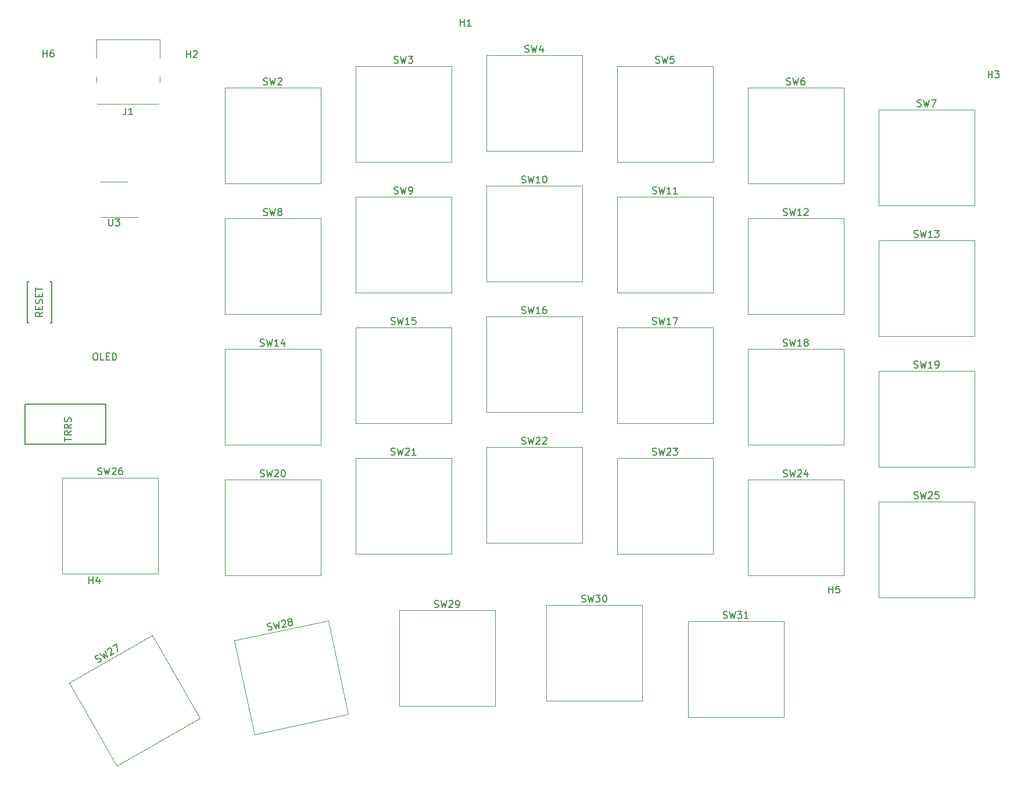
<source format=gbr>
G04 #@! TF.GenerationSoftware,KiCad,Pcbnew,5.1.5+dfsg1-2build2*
G04 #@! TF.CreationDate,2021-01-09T21:52:19+00:00*
G04 #@! TF.ProjectId,cynaroides,63796e61-726f-4696-9465-732e6b696361,rev?*
G04 #@! TF.SameCoordinates,Original*
G04 #@! TF.FileFunction,Legend,Top*
G04 #@! TF.FilePolarity,Positive*
%FSLAX46Y46*%
G04 Gerber Fmt 4.6, Leading zero omitted, Abs format (unit mm)*
G04 Created by KiCad (PCBNEW 5.1.5+dfsg1-2build2) date 2021-01-09 21:52:19*
%MOMM*%
%LPD*%
G04 APERTURE LIST*
%ADD10C,0.120000*%
%ADD11C,0.150000*%
G04 APERTURE END LIST*
D10*
X93662500Y-59690000D02*
X93662500Y-45720000D01*
X107632500Y-59690000D02*
X93662500Y-59690000D01*
X107632500Y-45720000D02*
X107632500Y-59690000D01*
X93662500Y-45720000D02*
X107632500Y-45720000D01*
X112712500Y-58102500D02*
X112712500Y-44132500D01*
X126682500Y-58102500D02*
X112712500Y-58102500D01*
X126682500Y-44132500D02*
X126682500Y-58102500D01*
X112712500Y-44132500D02*
X126682500Y-44132500D01*
X131762500Y-59690000D02*
X131762500Y-45720000D01*
X145732500Y-59690000D02*
X131762500Y-59690000D01*
X145732500Y-45720000D02*
X145732500Y-59690000D01*
X131762500Y-45720000D02*
X145732500Y-45720000D01*
X150812500Y-62865000D02*
X150812500Y-48895000D01*
X164782500Y-62865000D02*
X150812500Y-62865000D01*
X164782500Y-48895000D02*
X164782500Y-62865000D01*
X150812500Y-48895000D02*
X164782500Y-48895000D01*
X74612500Y-81915000D02*
X74612500Y-67945000D01*
X88582500Y-81915000D02*
X74612500Y-81915000D01*
X88582500Y-67945000D02*
X88582500Y-81915000D01*
X74612500Y-67945000D02*
X88582500Y-67945000D01*
X93662500Y-78740000D02*
X93662500Y-64770000D01*
X107632500Y-78740000D02*
X93662500Y-78740000D01*
X107632500Y-64770000D02*
X107632500Y-78740000D01*
X93662500Y-64770000D02*
X107632500Y-64770000D01*
X112712500Y-77152500D02*
X112712500Y-63182500D01*
X126682500Y-77152500D02*
X112712500Y-77152500D01*
X126682500Y-63182500D02*
X126682500Y-77152500D01*
X112712500Y-63182500D02*
X126682500Y-63182500D01*
X131762500Y-78740000D02*
X131762500Y-64770000D01*
X145732500Y-78740000D02*
X131762500Y-78740000D01*
X145732500Y-64770000D02*
X145732500Y-78740000D01*
X131762500Y-64770000D02*
X145732500Y-64770000D01*
X150812500Y-81915000D02*
X150812500Y-67945000D01*
X164782500Y-81915000D02*
X150812500Y-81915000D01*
X164782500Y-67945000D02*
X164782500Y-81915000D01*
X150812500Y-67945000D02*
X164782500Y-67945000D01*
X131762500Y-97790000D02*
X131762500Y-83820000D01*
X145732500Y-97790000D02*
X131762500Y-97790000D01*
X145732500Y-83820000D02*
X145732500Y-97790000D01*
X131762500Y-83820000D02*
X145732500Y-83820000D01*
X150812500Y-100965000D02*
X150812500Y-86995000D01*
X164782500Y-100965000D02*
X150812500Y-100965000D01*
X164782500Y-86995000D02*
X164782500Y-100965000D01*
X150812500Y-86995000D02*
X164782500Y-86995000D01*
X78916599Y-124112960D02*
X76012072Y-110448238D01*
X92581321Y-121208433D02*
X78916599Y-124112960D01*
X89676794Y-107543711D02*
X92581321Y-121208433D01*
X76012072Y-110448238D02*
X89676794Y-107543711D01*
X100012500Y-120015000D02*
X100012500Y-106045000D01*
X113982500Y-120015000D02*
X100012500Y-120015000D01*
X113982500Y-106045000D02*
X113982500Y-120015000D01*
X100012500Y-106045000D02*
X113982500Y-106045000D01*
X121443750Y-119221250D02*
X121443750Y-105251250D01*
X135413750Y-119221250D02*
X121443750Y-119221250D01*
X135413750Y-105251250D02*
X135413750Y-119221250D01*
X121443750Y-105251250D02*
X135413750Y-105251250D01*
X142081250Y-121602500D02*
X142081250Y-107632500D01*
X156051250Y-121602500D02*
X142081250Y-121602500D01*
X156051250Y-107632500D02*
X156051250Y-121602500D01*
X142081250Y-107632500D02*
X156051250Y-107632500D01*
X112712500Y-96202500D02*
X112712500Y-82232500D01*
X126682500Y-96202500D02*
X112712500Y-96202500D01*
X126682500Y-82232500D02*
X126682500Y-96202500D01*
X112712500Y-82232500D02*
X126682500Y-82232500D01*
X74612500Y-43815000D02*
X74612500Y-29845000D01*
X88582500Y-43815000D02*
X74612500Y-43815000D01*
X88582500Y-29845000D02*
X88582500Y-43815000D01*
X74612500Y-29845000D02*
X88582500Y-29845000D01*
X150812500Y-43815000D02*
X150812500Y-29845000D01*
X164782500Y-43815000D02*
X150812500Y-43815000D01*
X164782500Y-29845000D02*
X164782500Y-43815000D01*
X150812500Y-29845000D02*
X164782500Y-29845000D01*
X74612500Y-62865000D02*
X74612500Y-48895000D01*
X88582500Y-62865000D02*
X74612500Y-62865000D01*
X88582500Y-48895000D02*
X88582500Y-62865000D01*
X74612500Y-48895000D02*
X88582500Y-48895000D01*
X93662500Y-97790000D02*
X93662500Y-83820000D01*
X107632500Y-97790000D02*
X93662500Y-97790000D01*
X107632500Y-83820000D02*
X107632500Y-97790000D01*
X93662500Y-83820000D02*
X107632500Y-83820000D01*
X74612500Y-100965000D02*
X74612500Y-86995000D01*
X88582500Y-100965000D02*
X74612500Y-100965000D01*
X88582500Y-86995000D02*
X88582500Y-100965000D01*
X74612500Y-86995000D02*
X88582500Y-86995000D01*
X65120000Y-29096000D02*
X65120000Y-28196000D01*
X55930000Y-29096000D02*
X55930000Y-28196000D01*
X65120000Y-25496000D02*
X65120000Y-22766000D01*
X55930000Y-25496000D02*
X55930000Y-22766000D01*
X65000000Y-32176000D02*
X56050000Y-32176000D01*
X65120000Y-22766000D02*
X55930000Y-22766000D01*
D11*
X57250000Y-81762500D02*
X45500000Y-81762500D01*
X57250000Y-75962500D02*
X57250000Y-81762500D01*
X45500000Y-75962500D02*
X57250000Y-75962500D01*
X45500000Y-81762500D02*
X45500000Y-75962500D01*
X45875000Y-58118750D02*
X46125000Y-58118750D01*
X45875000Y-64118750D02*
X45875000Y-58118750D01*
X45875000Y-64118750D02*
X46125000Y-64118750D01*
X49375000Y-64118750D02*
X49125000Y-64118750D01*
X49375000Y-58118750D02*
X49125000Y-58118750D01*
X49375000Y-64118750D02*
X49375000Y-58118750D01*
D10*
X58485000Y-48661000D02*
X61935000Y-48661000D01*
X58485000Y-48661000D02*
X56535000Y-48661000D01*
X58485000Y-43541000D02*
X60435000Y-43541000D01*
X58485000Y-43541000D02*
X56535000Y-43541000D01*
X58902358Y-128717346D02*
X51917358Y-116618972D01*
X71000733Y-121732346D02*
X58902358Y-128717346D01*
X64015733Y-109633972D02*
X71000733Y-121732346D01*
X51917358Y-116618972D02*
X64015733Y-109633972D01*
X50958750Y-100647500D02*
X50958750Y-86677500D01*
X64928750Y-100647500D02*
X50958750Y-100647500D01*
X64928750Y-86677500D02*
X64928750Y-100647500D01*
X50958750Y-86677500D02*
X64928750Y-86677500D01*
X169862500Y-104140000D02*
X169862500Y-90170000D01*
X183832500Y-104140000D02*
X169862500Y-104140000D01*
X183832500Y-90170000D02*
X183832500Y-104140000D01*
X169862500Y-90170000D02*
X183832500Y-90170000D01*
X169862500Y-85090000D02*
X169862500Y-71120000D01*
X183832500Y-85090000D02*
X169862500Y-85090000D01*
X183832500Y-71120000D02*
X183832500Y-85090000D01*
X169862500Y-71120000D02*
X183832500Y-71120000D01*
X169862500Y-66040000D02*
X169862500Y-52070000D01*
X183832500Y-66040000D02*
X169862500Y-66040000D01*
X183832500Y-52070000D02*
X183832500Y-66040000D01*
X169862500Y-52070000D02*
X183832500Y-52070000D01*
X169862500Y-46990000D02*
X169862500Y-33020000D01*
X183832500Y-46990000D02*
X169862500Y-46990000D01*
X183832500Y-33020000D02*
X183832500Y-46990000D01*
X169862500Y-33020000D02*
X183832500Y-33020000D01*
X131762500Y-40640000D02*
X131762500Y-26670000D01*
X145732500Y-40640000D02*
X131762500Y-40640000D01*
X145732500Y-26670000D02*
X145732500Y-40640000D01*
X131762500Y-26670000D02*
X145732500Y-26670000D01*
X112712500Y-39052500D02*
X112712500Y-25082500D01*
X126682500Y-39052500D02*
X112712500Y-39052500D01*
X126682500Y-25082500D02*
X126682500Y-39052500D01*
X112712500Y-25082500D02*
X126682500Y-25082500D01*
X93662500Y-40640000D02*
X93662500Y-26670000D01*
X107632500Y-40640000D02*
X93662500Y-40640000D01*
X107632500Y-26670000D02*
X107632500Y-40640000D01*
X93662500Y-26670000D02*
X107632500Y-26670000D01*
D11*
X48158495Y-25335380D02*
X48158495Y-24335380D01*
X48158495Y-24811571D02*
X48729923Y-24811571D01*
X48729923Y-25335380D02*
X48729923Y-24335380D01*
X49634685Y-24335380D02*
X49444209Y-24335380D01*
X49348971Y-24383000D01*
X49301352Y-24430619D01*
X49206114Y-24573476D01*
X49158495Y-24763952D01*
X49158495Y-25144904D01*
X49206114Y-25240142D01*
X49253733Y-25287761D01*
X49348971Y-25335380D01*
X49539447Y-25335380D01*
X49634685Y-25287761D01*
X49682304Y-25240142D01*
X49729923Y-25144904D01*
X49729923Y-24906809D01*
X49682304Y-24811571D01*
X49634685Y-24763952D01*
X49539447Y-24716333D01*
X49348971Y-24716333D01*
X49253733Y-24763952D01*
X49206114Y-24811571D01*
X49158495Y-24906809D01*
X69037295Y-25436980D02*
X69037295Y-24436980D01*
X69037295Y-24913171D02*
X69608723Y-24913171D01*
X69608723Y-25436980D02*
X69608723Y-24436980D01*
X70037295Y-24532219D02*
X70084914Y-24484600D01*
X70180152Y-24436980D01*
X70418247Y-24436980D01*
X70513485Y-24484600D01*
X70561104Y-24532219D01*
X70608723Y-24627457D01*
X70608723Y-24722695D01*
X70561104Y-24865552D01*
X69989676Y-25436980D01*
X70608723Y-25436980D01*
X162636295Y-103516580D02*
X162636295Y-102516580D01*
X162636295Y-102992771D02*
X163207723Y-102992771D01*
X163207723Y-103516580D02*
X163207723Y-102516580D01*
X164160104Y-102516580D02*
X163683914Y-102516580D01*
X163636295Y-102992771D01*
X163683914Y-102945152D01*
X163779152Y-102897533D01*
X164017247Y-102897533D01*
X164112485Y-102945152D01*
X164160104Y-102992771D01*
X164207723Y-103088009D01*
X164207723Y-103326104D01*
X164160104Y-103421342D01*
X164112485Y-103468961D01*
X164017247Y-103516580D01*
X163779152Y-103516580D01*
X163683914Y-103468961D01*
X163636295Y-103421342D01*
X54864095Y-102144980D02*
X54864095Y-101144980D01*
X54864095Y-101621171D02*
X55435523Y-101621171D01*
X55435523Y-102144980D02*
X55435523Y-101144980D01*
X56340285Y-101478314D02*
X56340285Y-102144980D01*
X56102190Y-101097361D02*
X55864095Y-101811647D01*
X56483142Y-101811647D01*
X185851895Y-28383380D02*
X185851895Y-27383380D01*
X185851895Y-27859571D02*
X186423323Y-27859571D01*
X186423323Y-28383380D02*
X186423323Y-27383380D01*
X186804276Y-27383380D02*
X187423323Y-27383380D01*
X187089990Y-27764333D01*
X187232847Y-27764333D01*
X187328085Y-27811952D01*
X187375704Y-27859571D01*
X187423323Y-27954809D01*
X187423323Y-28192904D01*
X187375704Y-28288142D01*
X187328085Y-28335761D01*
X187232847Y-28383380D01*
X186947133Y-28383380D01*
X186851895Y-28335761D01*
X186804276Y-28288142D01*
X108940695Y-20814180D02*
X108940695Y-19814180D01*
X108940695Y-20290371D02*
X109512123Y-20290371D01*
X109512123Y-20814180D02*
X109512123Y-19814180D01*
X110512123Y-20814180D02*
X109940695Y-20814180D01*
X110226409Y-20814180D02*
X110226409Y-19814180D01*
X110131171Y-19957038D01*
X110035933Y-20052276D01*
X109940695Y-20099895D01*
X99314166Y-45235761D02*
X99457023Y-45283380D01*
X99695119Y-45283380D01*
X99790357Y-45235761D01*
X99837976Y-45188142D01*
X99885595Y-45092904D01*
X99885595Y-44997666D01*
X99837976Y-44902428D01*
X99790357Y-44854809D01*
X99695119Y-44807190D01*
X99504642Y-44759571D01*
X99409404Y-44711952D01*
X99361785Y-44664333D01*
X99314166Y-44569095D01*
X99314166Y-44473857D01*
X99361785Y-44378619D01*
X99409404Y-44331000D01*
X99504642Y-44283380D01*
X99742738Y-44283380D01*
X99885595Y-44331000D01*
X100218928Y-44283380D02*
X100457023Y-45283380D01*
X100647500Y-44569095D01*
X100837976Y-45283380D01*
X101076071Y-44283380D01*
X101504642Y-45283380D02*
X101695119Y-45283380D01*
X101790357Y-45235761D01*
X101837976Y-45188142D01*
X101933214Y-45045285D01*
X101980833Y-44854809D01*
X101980833Y-44473857D01*
X101933214Y-44378619D01*
X101885595Y-44331000D01*
X101790357Y-44283380D01*
X101599880Y-44283380D01*
X101504642Y-44331000D01*
X101457023Y-44378619D01*
X101409404Y-44473857D01*
X101409404Y-44711952D01*
X101457023Y-44807190D01*
X101504642Y-44854809D01*
X101599880Y-44902428D01*
X101790357Y-44902428D01*
X101885595Y-44854809D01*
X101933214Y-44807190D01*
X101980833Y-44711952D01*
X117887976Y-43648261D02*
X118030833Y-43695880D01*
X118268928Y-43695880D01*
X118364166Y-43648261D01*
X118411785Y-43600642D01*
X118459404Y-43505404D01*
X118459404Y-43410166D01*
X118411785Y-43314928D01*
X118364166Y-43267309D01*
X118268928Y-43219690D01*
X118078452Y-43172071D01*
X117983214Y-43124452D01*
X117935595Y-43076833D01*
X117887976Y-42981595D01*
X117887976Y-42886357D01*
X117935595Y-42791119D01*
X117983214Y-42743500D01*
X118078452Y-42695880D01*
X118316547Y-42695880D01*
X118459404Y-42743500D01*
X118792738Y-42695880D02*
X119030833Y-43695880D01*
X119221309Y-42981595D01*
X119411785Y-43695880D01*
X119649880Y-42695880D01*
X120554642Y-43695880D02*
X119983214Y-43695880D01*
X120268928Y-43695880D02*
X120268928Y-42695880D01*
X120173690Y-42838738D01*
X120078452Y-42933976D01*
X119983214Y-42981595D01*
X121173690Y-42695880D02*
X121268928Y-42695880D01*
X121364166Y-42743500D01*
X121411785Y-42791119D01*
X121459404Y-42886357D01*
X121507023Y-43076833D01*
X121507023Y-43314928D01*
X121459404Y-43505404D01*
X121411785Y-43600642D01*
X121364166Y-43648261D01*
X121268928Y-43695880D01*
X121173690Y-43695880D01*
X121078452Y-43648261D01*
X121030833Y-43600642D01*
X120983214Y-43505404D01*
X120935595Y-43314928D01*
X120935595Y-43076833D01*
X120983214Y-42886357D01*
X121030833Y-42791119D01*
X121078452Y-42743500D01*
X121173690Y-42695880D01*
X136937976Y-45235761D02*
X137080833Y-45283380D01*
X137318928Y-45283380D01*
X137414166Y-45235761D01*
X137461785Y-45188142D01*
X137509404Y-45092904D01*
X137509404Y-44997666D01*
X137461785Y-44902428D01*
X137414166Y-44854809D01*
X137318928Y-44807190D01*
X137128452Y-44759571D01*
X137033214Y-44711952D01*
X136985595Y-44664333D01*
X136937976Y-44569095D01*
X136937976Y-44473857D01*
X136985595Y-44378619D01*
X137033214Y-44331000D01*
X137128452Y-44283380D01*
X137366547Y-44283380D01*
X137509404Y-44331000D01*
X137842738Y-44283380D02*
X138080833Y-45283380D01*
X138271309Y-44569095D01*
X138461785Y-45283380D01*
X138699880Y-44283380D01*
X139604642Y-45283380D02*
X139033214Y-45283380D01*
X139318928Y-45283380D02*
X139318928Y-44283380D01*
X139223690Y-44426238D01*
X139128452Y-44521476D01*
X139033214Y-44569095D01*
X140557023Y-45283380D02*
X139985595Y-45283380D01*
X140271309Y-45283380D02*
X140271309Y-44283380D01*
X140176071Y-44426238D01*
X140080833Y-44521476D01*
X139985595Y-44569095D01*
X155987976Y-48410761D02*
X156130833Y-48458380D01*
X156368928Y-48458380D01*
X156464166Y-48410761D01*
X156511785Y-48363142D01*
X156559404Y-48267904D01*
X156559404Y-48172666D01*
X156511785Y-48077428D01*
X156464166Y-48029809D01*
X156368928Y-47982190D01*
X156178452Y-47934571D01*
X156083214Y-47886952D01*
X156035595Y-47839333D01*
X155987976Y-47744095D01*
X155987976Y-47648857D01*
X156035595Y-47553619D01*
X156083214Y-47506000D01*
X156178452Y-47458380D01*
X156416547Y-47458380D01*
X156559404Y-47506000D01*
X156892738Y-47458380D02*
X157130833Y-48458380D01*
X157321309Y-47744095D01*
X157511785Y-48458380D01*
X157749880Y-47458380D01*
X158654642Y-48458380D02*
X158083214Y-48458380D01*
X158368928Y-48458380D02*
X158368928Y-47458380D01*
X158273690Y-47601238D01*
X158178452Y-47696476D01*
X158083214Y-47744095D01*
X159035595Y-47553619D02*
X159083214Y-47506000D01*
X159178452Y-47458380D01*
X159416547Y-47458380D01*
X159511785Y-47506000D01*
X159559404Y-47553619D01*
X159607023Y-47648857D01*
X159607023Y-47744095D01*
X159559404Y-47886952D01*
X158987976Y-48458380D01*
X159607023Y-48458380D01*
X79787976Y-67460761D02*
X79930833Y-67508380D01*
X80168928Y-67508380D01*
X80264166Y-67460761D01*
X80311785Y-67413142D01*
X80359404Y-67317904D01*
X80359404Y-67222666D01*
X80311785Y-67127428D01*
X80264166Y-67079809D01*
X80168928Y-67032190D01*
X79978452Y-66984571D01*
X79883214Y-66936952D01*
X79835595Y-66889333D01*
X79787976Y-66794095D01*
X79787976Y-66698857D01*
X79835595Y-66603619D01*
X79883214Y-66556000D01*
X79978452Y-66508380D01*
X80216547Y-66508380D01*
X80359404Y-66556000D01*
X80692738Y-66508380D02*
X80930833Y-67508380D01*
X81121309Y-66794095D01*
X81311785Y-67508380D01*
X81549880Y-66508380D01*
X82454642Y-67508380D02*
X81883214Y-67508380D01*
X82168928Y-67508380D02*
X82168928Y-66508380D01*
X82073690Y-66651238D01*
X81978452Y-66746476D01*
X81883214Y-66794095D01*
X83311785Y-66841714D02*
X83311785Y-67508380D01*
X83073690Y-66460761D02*
X82835595Y-67175047D01*
X83454642Y-67175047D01*
X98837976Y-64285761D02*
X98980833Y-64333380D01*
X99218928Y-64333380D01*
X99314166Y-64285761D01*
X99361785Y-64238142D01*
X99409404Y-64142904D01*
X99409404Y-64047666D01*
X99361785Y-63952428D01*
X99314166Y-63904809D01*
X99218928Y-63857190D01*
X99028452Y-63809571D01*
X98933214Y-63761952D01*
X98885595Y-63714333D01*
X98837976Y-63619095D01*
X98837976Y-63523857D01*
X98885595Y-63428619D01*
X98933214Y-63381000D01*
X99028452Y-63333380D01*
X99266547Y-63333380D01*
X99409404Y-63381000D01*
X99742738Y-63333380D02*
X99980833Y-64333380D01*
X100171309Y-63619095D01*
X100361785Y-64333380D01*
X100599880Y-63333380D01*
X101504642Y-64333380D02*
X100933214Y-64333380D01*
X101218928Y-64333380D02*
X101218928Y-63333380D01*
X101123690Y-63476238D01*
X101028452Y-63571476D01*
X100933214Y-63619095D01*
X102409404Y-63333380D02*
X101933214Y-63333380D01*
X101885595Y-63809571D01*
X101933214Y-63761952D01*
X102028452Y-63714333D01*
X102266547Y-63714333D01*
X102361785Y-63761952D01*
X102409404Y-63809571D01*
X102457023Y-63904809D01*
X102457023Y-64142904D01*
X102409404Y-64238142D01*
X102361785Y-64285761D01*
X102266547Y-64333380D01*
X102028452Y-64333380D01*
X101933214Y-64285761D01*
X101885595Y-64238142D01*
X117887976Y-62698261D02*
X118030833Y-62745880D01*
X118268928Y-62745880D01*
X118364166Y-62698261D01*
X118411785Y-62650642D01*
X118459404Y-62555404D01*
X118459404Y-62460166D01*
X118411785Y-62364928D01*
X118364166Y-62317309D01*
X118268928Y-62269690D01*
X118078452Y-62222071D01*
X117983214Y-62174452D01*
X117935595Y-62126833D01*
X117887976Y-62031595D01*
X117887976Y-61936357D01*
X117935595Y-61841119D01*
X117983214Y-61793500D01*
X118078452Y-61745880D01*
X118316547Y-61745880D01*
X118459404Y-61793500D01*
X118792738Y-61745880D02*
X119030833Y-62745880D01*
X119221309Y-62031595D01*
X119411785Y-62745880D01*
X119649880Y-61745880D01*
X120554642Y-62745880D02*
X119983214Y-62745880D01*
X120268928Y-62745880D02*
X120268928Y-61745880D01*
X120173690Y-61888738D01*
X120078452Y-61983976D01*
X119983214Y-62031595D01*
X121411785Y-61745880D02*
X121221309Y-61745880D01*
X121126071Y-61793500D01*
X121078452Y-61841119D01*
X120983214Y-61983976D01*
X120935595Y-62174452D01*
X120935595Y-62555404D01*
X120983214Y-62650642D01*
X121030833Y-62698261D01*
X121126071Y-62745880D01*
X121316547Y-62745880D01*
X121411785Y-62698261D01*
X121459404Y-62650642D01*
X121507023Y-62555404D01*
X121507023Y-62317309D01*
X121459404Y-62222071D01*
X121411785Y-62174452D01*
X121316547Y-62126833D01*
X121126071Y-62126833D01*
X121030833Y-62174452D01*
X120983214Y-62222071D01*
X120935595Y-62317309D01*
X136937976Y-64285761D02*
X137080833Y-64333380D01*
X137318928Y-64333380D01*
X137414166Y-64285761D01*
X137461785Y-64238142D01*
X137509404Y-64142904D01*
X137509404Y-64047666D01*
X137461785Y-63952428D01*
X137414166Y-63904809D01*
X137318928Y-63857190D01*
X137128452Y-63809571D01*
X137033214Y-63761952D01*
X136985595Y-63714333D01*
X136937976Y-63619095D01*
X136937976Y-63523857D01*
X136985595Y-63428619D01*
X137033214Y-63381000D01*
X137128452Y-63333380D01*
X137366547Y-63333380D01*
X137509404Y-63381000D01*
X137842738Y-63333380D02*
X138080833Y-64333380D01*
X138271309Y-63619095D01*
X138461785Y-64333380D01*
X138699880Y-63333380D01*
X139604642Y-64333380D02*
X139033214Y-64333380D01*
X139318928Y-64333380D02*
X139318928Y-63333380D01*
X139223690Y-63476238D01*
X139128452Y-63571476D01*
X139033214Y-63619095D01*
X139937976Y-63333380D02*
X140604642Y-63333380D01*
X140176071Y-64333380D01*
X155987976Y-67460761D02*
X156130833Y-67508380D01*
X156368928Y-67508380D01*
X156464166Y-67460761D01*
X156511785Y-67413142D01*
X156559404Y-67317904D01*
X156559404Y-67222666D01*
X156511785Y-67127428D01*
X156464166Y-67079809D01*
X156368928Y-67032190D01*
X156178452Y-66984571D01*
X156083214Y-66936952D01*
X156035595Y-66889333D01*
X155987976Y-66794095D01*
X155987976Y-66698857D01*
X156035595Y-66603619D01*
X156083214Y-66556000D01*
X156178452Y-66508380D01*
X156416547Y-66508380D01*
X156559404Y-66556000D01*
X156892738Y-66508380D02*
X157130833Y-67508380D01*
X157321309Y-66794095D01*
X157511785Y-67508380D01*
X157749880Y-66508380D01*
X158654642Y-67508380D02*
X158083214Y-67508380D01*
X158368928Y-67508380D02*
X158368928Y-66508380D01*
X158273690Y-66651238D01*
X158178452Y-66746476D01*
X158083214Y-66794095D01*
X159226071Y-66936952D02*
X159130833Y-66889333D01*
X159083214Y-66841714D01*
X159035595Y-66746476D01*
X159035595Y-66698857D01*
X159083214Y-66603619D01*
X159130833Y-66556000D01*
X159226071Y-66508380D01*
X159416547Y-66508380D01*
X159511785Y-66556000D01*
X159559404Y-66603619D01*
X159607023Y-66698857D01*
X159607023Y-66746476D01*
X159559404Y-66841714D01*
X159511785Y-66889333D01*
X159416547Y-66936952D01*
X159226071Y-66936952D01*
X159130833Y-66984571D01*
X159083214Y-67032190D01*
X159035595Y-67127428D01*
X159035595Y-67317904D01*
X159083214Y-67413142D01*
X159130833Y-67460761D01*
X159226071Y-67508380D01*
X159416547Y-67508380D01*
X159511785Y-67460761D01*
X159559404Y-67413142D01*
X159607023Y-67317904D01*
X159607023Y-67127428D01*
X159559404Y-67032190D01*
X159511785Y-66984571D01*
X159416547Y-66936952D01*
X136937976Y-83335761D02*
X137080833Y-83383380D01*
X137318928Y-83383380D01*
X137414166Y-83335761D01*
X137461785Y-83288142D01*
X137509404Y-83192904D01*
X137509404Y-83097666D01*
X137461785Y-83002428D01*
X137414166Y-82954809D01*
X137318928Y-82907190D01*
X137128452Y-82859571D01*
X137033214Y-82811952D01*
X136985595Y-82764333D01*
X136937976Y-82669095D01*
X136937976Y-82573857D01*
X136985595Y-82478619D01*
X137033214Y-82431000D01*
X137128452Y-82383380D01*
X137366547Y-82383380D01*
X137509404Y-82431000D01*
X137842738Y-82383380D02*
X138080833Y-83383380D01*
X138271309Y-82669095D01*
X138461785Y-83383380D01*
X138699880Y-82383380D01*
X139033214Y-82478619D02*
X139080833Y-82431000D01*
X139176071Y-82383380D01*
X139414166Y-82383380D01*
X139509404Y-82431000D01*
X139557023Y-82478619D01*
X139604642Y-82573857D01*
X139604642Y-82669095D01*
X139557023Y-82811952D01*
X138985595Y-83383380D01*
X139604642Y-83383380D01*
X139937976Y-82383380D02*
X140557023Y-82383380D01*
X140223690Y-82764333D01*
X140366547Y-82764333D01*
X140461785Y-82811952D01*
X140509404Y-82859571D01*
X140557023Y-82954809D01*
X140557023Y-83192904D01*
X140509404Y-83288142D01*
X140461785Y-83335761D01*
X140366547Y-83383380D01*
X140080833Y-83383380D01*
X139985595Y-83335761D01*
X139937976Y-83288142D01*
X155987976Y-86510761D02*
X156130833Y-86558380D01*
X156368928Y-86558380D01*
X156464166Y-86510761D01*
X156511785Y-86463142D01*
X156559404Y-86367904D01*
X156559404Y-86272666D01*
X156511785Y-86177428D01*
X156464166Y-86129809D01*
X156368928Y-86082190D01*
X156178452Y-86034571D01*
X156083214Y-85986952D01*
X156035595Y-85939333D01*
X155987976Y-85844095D01*
X155987976Y-85748857D01*
X156035595Y-85653619D01*
X156083214Y-85606000D01*
X156178452Y-85558380D01*
X156416547Y-85558380D01*
X156559404Y-85606000D01*
X156892738Y-85558380D02*
X157130833Y-86558380D01*
X157321309Y-85844095D01*
X157511785Y-86558380D01*
X157749880Y-85558380D01*
X158083214Y-85653619D02*
X158130833Y-85606000D01*
X158226071Y-85558380D01*
X158464166Y-85558380D01*
X158559404Y-85606000D01*
X158607023Y-85653619D01*
X158654642Y-85748857D01*
X158654642Y-85844095D01*
X158607023Y-85986952D01*
X158035595Y-86558380D01*
X158654642Y-86558380D01*
X159511785Y-85891714D02*
X159511785Y-86558380D01*
X159273690Y-85510761D02*
X159035595Y-86225047D01*
X159654642Y-86225047D01*
X80973773Y-108898539D02*
X81123409Y-108915415D01*
X81356301Y-108865913D01*
X81439557Y-108799533D01*
X81476235Y-108743054D01*
X81503013Y-108639996D01*
X81483212Y-108546840D01*
X81416832Y-108463583D01*
X81360353Y-108426905D01*
X81257296Y-108400128D01*
X81061081Y-108393152D01*
X80958024Y-108366374D01*
X80901545Y-108329696D01*
X80835165Y-108246440D01*
X80815364Y-108153283D01*
X80842141Y-108050226D01*
X80878819Y-107993747D01*
X80962076Y-107927367D01*
X81194968Y-107877864D01*
X81344604Y-107894741D01*
X81660752Y-107778859D02*
X82101556Y-108707504D01*
X82139362Y-107969225D01*
X82474184Y-108628299D01*
X82499165Y-107600649D01*
X82845015Y-107624502D02*
X82881693Y-107568023D01*
X82964949Y-107501643D01*
X83197841Y-107452140D01*
X83300899Y-107478918D01*
X83357378Y-107515596D01*
X83423758Y-107598852D01*
X83443559Y-107692009D01*
X83426682Y-107841645D01*
X82986547Y-108519393D01*
X83592067Y-108390686D01*
X84032202Y-107712938D02*
X83929144Y-107686160D01*
X83872665Y-107649482D01*
X83806286Y-107566226D01*
X83796385Y-107519648D01*
X83823163Y-107416590D01*
X83859840Y-107360111D01*
X83943097Y-107293732D01*
X84129411Y-107254129D01*
X84232468Y-107280907D01*
X84288947Y-107317585D01*
X84355327Y-107400841D01*
X84365227Y-107447419D01*
X84338450Y-107550477D01*
X84301772Y-107606956D01*
X84218516Y-107673335D01*
X84032202Y-107712938D01*
X83948945Y-107779317D01*
X83912268Y-107835796D01*
X83885490Y-107938854D01*
X83925092Y-108125168D01*
X83991472Y-108208424D01*
X84047951Y-108245102D01*
X84151009Y-108271879D01*
X84337322Y-108232277D01*
X84420579Y-108165897D01*
X84457257Y-108109418D01*
X84484034Y-108006361D01*
X84444432Y-107820047D01*
X84378052Y-107736791D01*
X84321573Y-107700113D01*
X84218516Y-107673335D01*
X105187976Y-105560761D02*
X105330833Y-105608380D01*
X105568928Y-105608380D01*
X105664166Y-105560761D01*
X105711785Y-105513142D01*
X105759404Y-105417904D01*
X105759404Y-105322666D01*
X105711785Y-105227428D01*
X105664166Y-105179809D01*
X105568928Y-105132190D01*
X105378452Y-105084571D01*
X105283214Y-105036952D01*
X105235595Y-104989333D01*
X105187976Y-104894095D01*
X105187976Y-104798857D01*
X105235595Y-104703619D01*
X105283214Y-104656000D01*
X105378452Y-104608380D01*
X105616547Y-104608380D01*
X105759404Y-104656000D01*
X106092738Y-104608380D02*
X106330833Y-105608380D01*
X106521309Y-104894095D01*
X106711785Y-105608380D01*
X106949880Y-104608380D01*
X107283214Y-104703619D02*
X107330833Y-104656000D01*
X107426071Y-104608380D01*
X107664166Y-104608380D01*
X107759404Y-104656000D01*
X107807023Y-104703619D01*
X107854642Y-104798857D01*
X107854642Y-104894095D01*
X107807023Y-105036952D01*
X107235595Y-105608380D01*
X107854642Y-105608380D01*
X108330833Y-105608380D02*
X108521309Y-105608380D01*
X108616547Y-105560761D01*
X108664166Y-105513142D01*
X108759404Y-105370285D01*
X108807023Y-105179809D01*
X108807023Y-104798857D01*
X108759404Y-104703619D01*
X108711785Y-104656000D01*
X108616547Y-104608380D01*
X108426071Y-104608380D01*
X108330833Y-104656000D01*
X108283214Y-104703619D01*
X108235595Y-104798857D01*
X108235595Y-105036952D01*
X108283214Y-105132190D01*
X108330833Y-105179809D01*
X108426071Y-105227428D01*
X108616547Y-105227428D01*
X108711785Y-105179809D01*
X108759404Y-105132190D01*
X108807023Y-105036952D01*
X126619226Y-104767011D02*
X126762083Y-104814630D01*
X127000178Y-104814630D01*
X127095416Y-104767011D01*
X127143035Y-104719392D01*
X127190654Y-104624154D01*
X127190654Y-104528916D01*
X127143035Y-104433678D01*
X127095416Y-104386059D01*
X127000178Y-104338440D01*
X126809702Y-104290821D01*
X126714464Y-104243202D01*
X126666845Y-104195583D01*
X126619226Y-104100345D01*
X126619226Y-104005107D01*
X126666845Y-103909869D01*
X126714464Y-103862250D01*
X126809702Y-103814630D01*
X127047797Y-103814630D01*
X127190654Y-103862250D01*
X127523988Y-103814630D02*
X127762083Y-104814630D01*
X127952559Y-104100345D01*
X128143035Y-104814630D01*
X128381130Y-103814630D01*
X128666845Y-103814630D02*
X129285892Y-103814630D01*
X128952559Y-104195583D01*
X129095416Y-104195583D01*
X129190654Y-104243202D01*
X129238273Y-104290821D01*
X129285892Y-104386059D01*
X129285892Y-104624154D01*
X129238273Y-104719392D01*
X129190654Y-104767011D01*
X129095416Y-104814630D01*
X128809702Y-104814630D01*
X128714464Y-104767011D01*
X128666845Y-104719392D01*
X129904940Y-103814630D02*
X130000178Y-103814630D01*
X130095416Y-103862250D01*
X130143035Y-103909869D01*
X130190654Y-104005107D01*
X130238273Y-104195583D01*
X130238273Y-104433678D01*
X130190654Y-104624154D01*
X130143035Y-104719392D01*
X130095416Y-104767011D01*
X130000178Y-104814630D01*
X129904940Y-104814630D01*
X129809702Y-104767011D01*
X129762083Y-104719392D01*
X129714464Y-104624154D01*
X129666845Y-104433678D01*
X129666845Y-104195583D01*
X129714464Y-104005107D01*
X129762083Y-103909869D01*
X129809702Y-103862250D01*
X129904940Y-103814630D01*
X147256726Y-107148261D02*
X147399583Y-107195880D01*
X147637678Y-107195880D01*
X147732916Y-107148261D01*
X147780535Y-107100642D01*
X147828154Y-107005404D01*
X147828154Y-106910166D01*
X147780535Y-106814928D01*
X147732916Y-106767309D01*
X147637678Y-106719690D01*
X147447202Y-106672071D01*
X147351964Y-106624452D01*
X147304345Y-106576833D01*
X147256726Y-106481595D01*
X147256726Y-106386357D01*
X147304345Y-106291119D01*
X147351964Y-106243500D01*
X147447202Y-106195880D01*
X147685297Y-106195880D01*
X147828154Y-106243500D01*
X148161488Y-106195880D02*
X148399583Y-107195880D01*
X148590059Y-106481595D01*
X148780535Y-107195880D01*
X149018630Y-106195880D01*
X149304345Y-106195880D02*
X149923392Y-106195880D01*
X149590059Y-106576833D01*
X149732916Y-106576833D01*
X149828154Y-106624452D01*
X149875773Y-106672071D01*
X149923392Y-106767309D01*
X149923392Y-107005404D01*
X149875773Y-107100642D01*
X149828154Y-107148261D01*
X149732916Y-107195880D01*
X149447202Y-107195880D01*
X149351964Y-107148261D01*
X149304345Y-107100642D01*
X150875773Y-107195880D02*
X150304345Y-107195880D01*
X150590059Y-107195880D02*
X150590059Y-106195880D01*
X150494821Y-106338738D01*
X150399583Y-106433976D01*
X150304345Y-106481595D01*
X117887976Y-81748261D02*
X118030833Y-81795880D01*
X118268928Y-81795880D01*
X118364166Y-81748261D01*
X118411785Y-81700642D01*
X118459404Y-81605404D01*
X118459404Y-81510166D01*
X118411785Y-81414928D01*
X118364166Y-81367309D01*
X118268928Y-81319690D01*
X118078452Y-81272071D01*
X117983214Y-81224452D01*
X117935595Y-81176833D01*
X117887976Y-81081595D01*
X117887976Y-80986357D01*
X117935595Y-80891119D01*
X117983214Y-80843500D01*
X118078452Y-80795880D01*
X118316547Y-80795880D01*
X118459404Y-80843500D01*
X118792738Y-80795880D02*
X119030833Y-81795880D01*
X119221309Y-81081595D01*
X119411785Y-81795880D01*
X119649880Y-80795880D01*
X119983214Y-80891119D02*
X120030833Y-80843500D01*
X120126071Y-80795880D01*
X120364166Y-80795880D01*
X120459404Y-80843500D01*
X120507023Y-80891119D01*
X120554642Y-80986357D01*
X120554642Y-81081595D01*
X120507023Y-81224452D01*
X119935595Y-81795880D01*
X120554642Y-81795880D01*
X120935595Y-80891119D02*
X120983214Y-80843500D01*
X121078452Y-80795880D01*
X121316547Y-80795880D01*
X121411785Y-80843500D01*
X121459404Y-80891119D01*
X121507023Y-80986357D01*
X121507023Y-81081595D01*
X121459404Y-81224452D01*
X120887976Y-81795880D01*
X121507023Y-81795880D01*
X80264166Y-29360761D02*
X80407023Y-29408380D01*
X80645119Y-29408380D01*
X80740357Y-29360761D01*
X80787976Y-29313142D01*
X80835595Y-29217904D01*
X80835595Y-29122666D01*
X80787976Y-29027428D01*
X80740357Y-28979809D01*
X80645119Y-28932190D01*
X80454642Y-28884571D01*
X80359404Y-28836952D01*
X80311785Y-28789333D01*
X80264166Y-28694095D01*
X80264166Y-28598857D01*
X80311785Y-28503619D01*
X80359404Y-28456000D01*
X80454642Y-28408380D01*
X80692738Y-28408380D01*
X80835595Y-28456000D01*
X81168928Y-28408380D02*
X81407023Y-29408380D01*
X81597500Y-28694095D01*
X81787976Y-29408380D01*
X82026071Y-28408380D01*
X82359404Y-28503619D02*
X82407023Y-28456000D01*
X82502261Y-28408380D01*
X82740357Y-28408380D01*
X82835595Y-28456000D01*
X82883214Y-28503619D01*
X82930833Y-28598857D01*
X82930833Y-28694095D01*
X82883214Y-28836952D01*
X82311785Y-29408380D01*
X82930833Y-29408380D01*
X156464166Y-29360761D02*
X156607023Y-29408380D01*
X156845119Y-29408380D01*
X156940357Y-29360761D01*
X156987976Y-29313142D01*
X157035595Y-29217904D01*
X157035595Y-29122666D01*
X156987976Y-29027428D01*
X156940357Y-28979809D01*
X156845119Y-28932190D01*
X156654642Y-28884571D01*
X156559404Y-28836952D01*
X156511785Y-28789333D01*
X156464166Y-28694095D01*
X156464166Y-28598857D01*
X156511785Y-28503619D01*
X156559404Y-28456000D01*
X156654642Y-28408380D01*
X156892738Y-28408380D01*
X157035595Y-28456000D01*
X157368928Y-28408380D02*
X157607023Y-29408380D01*
X157797500Y-28694095D01*
X157987976Y-29408380D01*
X158226071Y-28408380D01*
X159035595Y-28408380D02*
X158845119Y-28408380D01*
X158749880Y-28456000D01*
X158702261Y-28503619D01*
X158607023Y-28646476D01*
X158559404Y-28836952D01*
X158559404Y-29217904D01*
X158607023Y-29313142D01*
X158654642Y-29360761D01*
X158749880Y-29408380D01*
X158940357Y-29408380D01*
X159035595Y-29360761D01*
X159083214Y-29313142D01*
X159130833Y-29217904D01*
X159130833Y-28979809D01*
X159083214Y-28884571D01*
X159035595Y-28836952D01*
X158940357Y-28789333D01*
X158749880Y-28789333D01*
X158654642Y-28836952D01*
X158607023Y-28884571D01*
X158559404Y-28979809D01*
X80264166Y-48410761D02*
X80407023Y-48458380D01*
X80645119Y-48458380D01*
X80740357Y-48410761D01*
X80787976Y-48363142D01*
X80835595Y-48267904D01*
X80835595Y-48172666D01*
X80787976Y-48077428D01*
X80740357Y-48029809D01*
X80645119Y-47982190D01*
X80454642Y-47934571D01*
X80359404Y-47886952D01*
X80311785Y-47839333D01*
X80264166Y-47744095D01*
X80264166Y-47648857D01*
X80311785Y-47553619D01*
X80359404Y-47506000D01*
X80454642Y-47458380D01*
X80692738Y-47458380D01*
X80835595Y-47506000D01*
X81168928Y-47458380D02*
X81407023Y-48458380D01*
X81597500Y-47744095D01*
X81787976Y-48458380D01*
X82026071Y-47458380D01*
X82549880Y-47886952D02*
X82454642Y-47839333D01*
X82407023Y-47791714D01*
X82359404Y-47696476D01*
X82359404Y-47648857D01*
X82407023Y-47553619D01*
X82454642Y-47506000D01*
X82549880Y-47458380D01*
X82740357Y-47458380D01*
X82835595Y-47506000D01*
X82883214Y-47553619D01*
X82930833Y-47648857D01*
X82930833Y-47696476D01*
X82883214Y-47791714D01*
X82835595Y-47839333D01*
X82740357Y-47886952D01*
X82549880Y-47886952D01*
X82454642Y-47934571D01*
X82407023Y-47982190D01*
X82359404Y-48077428D01*
X82359404Y-48267904D01*
X82407023Y-48363142D01*
X82454642Y-48410761D01*
X82549880Y-48458380D01*
X82740357Y-48458380D01*
X82835595Y-48410761D01*
X82883214Y-48363142D01*
X82930833Y-48267904D01*
X82930833Y-48077428D01*
X82883214Y-47982190D01*
X82835595Y-47934571D01*
X82740357Y-47886952D01*
X98837976Y-83335761D02*
X98980833Y-83383380D01*
X99218928Y-83383380D01*
X99314166Y-83335761D01*
X99361785Y-83288142D01*
X99409404Y-83192904D01*
X99409404Y-83097666D01*
X99361785Y-83002428D01*
X99314166Y-82954809D01*
X99218928Y-82907190D01*
X99028452Y-82859571D01*
X98933214Y-82811952D01*
X98885595Y-82764333D01*
X98837976Y-82669095D01*
X98837976Y-82573857D01*
X98885595Y-82478619D01*
X98933214Y-82431000D01*
X99028452Y-82383380D01*
X99266547Y-82383380D01*
X99409404Y-82431000D01*
X99742738Y-82383380D02*
X99980833Y-83383380D01*
X100171309Y-82669095D01*
X100361785Y-83383380D01*
X100599880Y-82383380D01*
X100933214Y-82478619D02*
X100980833Y-82431000D01*
X101076071Y-82383380D01*
X101314166Y-82383380D01*
X101409404Y-82431000D01*
X101457023Y-82478619D01*
X101504642Y-82573857D01*
X101504642Y-82669095D01*
X101457023Y-82811952D01*
X100885595Y-83383380D01*
X101504642Y-83383380D01*
X102457023Y-83383380D02*
X101885595Y-83383380D01*
X102171309Y-83383380D02*
X102171309Y-82383380D01*
X102076071Y-82526238D01*
X101980833Y-82621476D01*
X101885595Y-82669095D01*
X79787976Y-86510761D02*
X79930833Y-86558380D01*
X80168928Y-86558380D01*
X80264166Y-86510761D01*
X80311785Y-86463142D01*
X80359404Y-86367904D01*
X80359404Y-86272666D01*
X80311785Y-86177428D01*
X80264166Y-86129809D01*
X80168928Y-86082190D01*
X79978452Y-86034571D01*
X79883214Y-85986952D01*
X79835595Y-85939333D01*
X79787976Y-85844095D01*
X79787976Y-85748857D01*
X79835595Y-85653619D01*
X79883214Y-85606000D01*
X79978452Y-85558380D01*
X80216547Y-85558380D01*
X80359404Y-85606000D01*
X80692738Y-85558380D02*
X80930833Y-86558380D01*
X81121309Y-85844095D01*
X81311785Y-86558380D01*
X81549880Y-85558380D01*
X81883214Y-85653619D02*
X81930833Y-85606000D01*
X82026071Y-85558380D01*
X82264166Y-85558380D01*
X82359404Y-85606000D01*
X82407023Y-85653619D01*
X82454642Y-85748857D01*
X82454642Y-85844095D01*
X82407023Y-85986952D01*
X81835595Y-86558380D01*
X82454642Y-86558380D01*
X83073690Y-85558380D02*
X83168928Y-85558380D01*
X83264166Y-85606000D01*
X83311785Y-85653619D01*
X83359404Y-85748857D01*
X83407023Y-85939333D01*
X83407023Y-86177428D01*
X83359404Y-86367904D01*
X83311785Y-86463142D01*
X83264166Y-86510761D01*
X83168928Y-86558380D01*
X83073690Y-86558380D01*
X82978452Y-86510761D01*
X82930833Y-86463142D01*
X82883214Y-86367904D01*
X82835595Y-86177428D01*
X82835595Y-85939333D01*
X82883214Y-85748857D01*
X82930833Y-85653619D01*
X82978452Y-85606000D01*
X83073690Y-85558380D01*
X60191666Y-32748380D02*
X60191666Y-33462666D01*
X60144047Y-33605523D01*
X60048809Y-33700761D01*
X59905952Y-33748380D01*
X59810714Y-33748380D01*
X61191666Y-33748380D02*
X60620238Y-33748380D01*
X60905952Y-33748380D02*
X60905952Y-32748380D01*
X60810714Y-32891238D01*
X60715476Y-32986476D01*
X60620238Y-33034095D01*
X51252380Y-81374404D02*
X51252380Y-80802976D01*
X52252380Y-81088690D02*
X51252380Y-81088690D01*
X52252380Y-79898214D02*
X51776190Y-80231547D01*
X52252380Y-80469642D02*
X51252380Y-80469642D01*
X51252380Y-80088690D01*
X51300000Y-79993452D01*
X51347619Y-79945833D01*
X51442857Y-79898214D01*
X51585714Y-79898214D01*
X51680952Y-79945833D01*
X51728571Y-79993452D01*
X51776190Y-80088690D01*
X51776190Y-80469642D01*
X52252380Y-78898214D02*
X51776190Y-79231547D01*
X52252380Y-79469642D02*
X51252380Y-79469642D01*
X51252380Y-79088690D01*
X51300000Y-78993452D01*
X51347619Y-78945833D01*
X51442857Y-78898214D01*
X51585714Y-78898214D01*
X51680952Y-78945833D01*
X51728571Y-78993452D01*
X51776190Y-79088690D01*
X51776190Y-79469642D01*
X52204761Y-78517261D02*
X52252380Y-78374404D01*
X52252380Y-78136309D01*
X52204761Y-78041071D01*
X52157142Y-77993452D01*
X52061904Y-77945833D01*
X51966666Y-77945833D01*
X51871428Y-77993452D01*
X51823809Y-78041071D01*
X51776190Y-78136309D01*
X51728571Y-78326785D01*
X51680952Y-78422023D01*
X51633333Y-78469642D01*
X51538095Y-78517261D01*
X51442857Y-78517261D01*
X51347619Y-78469642D01*
X51300000Y-78422023D01*
X51252380Y-78326785D01*
X51252380Y-78088690D01*
X51300000Y-77945833D01*
X55697619Y-68546130D02*
X55888095Y-68546130D01*
X55983333Y-68593750D01*
X56078571Y-68688988D01*
X56126190Y-68879464D01*
X56126190Y-69212797D01*
X56078571Y-69403273D01*
X55983333Y-69498511D01*
X55888095Y-69546130D01*
X55697619Y-69546130D01*
X55602380Y-69498511D01*
X55507142Y-69403273D01*
X55459523Y-69212797D01*
X55459523Y-68879464D01*
X55507142Y-68688988D01*
X55602380Y-68593750D01*
X55697619Y-68546130D01*
X57030952Y-69546130D02*
X56554761Y-69546130D01*
X56554761Y-68546130D01*
X57364285Y-69022321D02*
X57697619Y-69022321D01*
X57840476Y-69546130D02*
X57364285Y-69546130D01*
X57364285Y-68546130D01*
X57840476Y-68546130D01*
X58269047Y-69546130D02*
X58269047Y-68546130D01*
X58507142Y-68546130D01*
X58650000Y-68593750D01*
X58745238Y-68688988D01*
X58792857Y-68784226D01*
X58840476Y-68974702D01*
X58840476Y-69117559D01*
X58792857Y-69308035D01*
X58745238Y-69403273D01*
X58650000Y-69498511D01*
X58507142Y-69546130D01*
X58269047Y-69546130D01*
X48077380Y-62571130D02*
X47601190Y-62904464D01*
X48077380Y-63142559D02*
X47077380Y-63142559D01*
X47077380Y-62761607D01*
X47125000Y-62666369D01*
X47172619Y-62618750D01*
X47267857Y-62571130D01*
X47410714Y-62571130D01*
X47505952Y-62618750D01*
X47553571Y-62666369D01*
X47601190Y-62761607D01*
X47601190Y-63142559D01*
X47553571Y-62142559D02*
X47553571Y-61809226D01*
X48077380Y-61666369D02*
X48077380Y-62142559D01*
X47077380Y-62142559D01*
X47077380Y-61666369D01*
X48029761Y-61285416D02*
X48077380Y-61142559D01*
X48077380Y-60904464D01*
X48029761Y-60809226D01*
X47982142Y-60761607D01*
X47886904Y-60713988D01*
X47791666Y-60713988D01*
X47696428Y-60761607D01*
X47648809Y-60809226D01*
X47601190Y-60904464D01*
X47553571Y-61094940D01*
X47505952Y-61190178D01*
X47458333Y-61237797D01*
X47363095Y-61285416D01*
X47267857Y-61285416D01*
X47172619Y-61237797D01*
X47125000Y-61190178D01*
X47077380Y-61094940D01*
X47077380Y-60856845D01*
X47125000Y-60713988D01*
X47553571Y-60285416D02*
X47553571Y-59952083D01*
X48077380Y-59809226D02*
X48077380Y-60285416D01*
X47077380Y-60285416D01*
X47077380Y-59809226D01*
X47077380Y-59523511D02*
X47077380Y-58952083D01*
X48077380Y-59237797D02*
X47077380Y-59237797D01*
X57723095Y-48953380D02*
X57723095Y-49762904D01*
X57770714Y-49858142D01*
X57818333Y-49905761D01*
X57913571Y-49953380D01*
X58104047Y-49953380D01*
X58199285Y-49905761D01*
X58246904Y-49858142D01*
X58294523Y-49762904D01*
X58294523Y-48953380D01*
X58675476Y-48953380D02*
X59294523Y-48953380D01*
X58961190Y-49334333D01*
X59104047Y-49334333D01*
X59199285Y-49381952D01*
X59246904Y-49429571D01*
X59294523Y-49524809D01*
X59294523Y-49762904D01*
X59246904Y-49858142D01*
X59199285Y-49905761D01*
X59104047Y-49953380D01*
X58818333Y-49953380D01*
X58723095Y-49905761D01*
X58675476Y-49858142D01*
X56157332Y-113611870D02*
X56304859Y-113581681D01*
X56511056Y-113462634D01*
X56569725Y-113373775D01*
X56587155Y-113308726D01*
X56580775Y-113202438D01*
X56533156Y-113119960D01*
X56444298Y-113061291D01*
X56379249Y-113043861D01*
X56272961Y-113050241D01*
X56084194Y-113104239D01*
X55977906Y-113110619D01*
X55912857Y-113093189D01*
X55823999Y-113034520D01*
X55776379Y-112952042D01*
X55770000Y-112845753D01*
X55787430Y-112780705D01*
X55846099Y-112691846D01*
X56052295Y-112572799D01*
X56199823Y-112542609D01*
X56464688Y-112334703D02*
X57170885Y-113081681D01*
X56978699Y-112367854D01*
X57500799Y-112891205D01*
X57206996Y-111906132D01*
X57543290Y-111821944D02*
X57560720Y-111756895D01*
X57619389Y-111668037D01*
X57825585Y-111548989D01*
X57931873Y-111542609D01*
X57996922Y-111560039D01*
X58085781Y-111618708D01*
X58133400Y-111701187D01*
X58163589Y-111848714D01*
X57954432Y-112629300D01*
X58490542Y-112319776D01*
X58279218Y-111287084D02*
X58856568Y-110953751D01*
X58985414Y-112034062D01*
X56134226Y-86193261D02*
X56277083Y-86240880D01*
X56515178Y-86240880D01*
X56610416Y-86193261D01*
X56658035Y-86145642D01*
X56705654Y-86050404D01*
X56705654Y-85955166D01*
X56658035Y-85859928D01*
X56610416Y-85812309D01*
X56515178Y-85764690D01*
X56324702Y-85717071D01*
X56229464Y-85669452D01*
X56181845Y-85621833D01*
X56134226Y-85526595D01*
X56134226Y-85431357D01*
X56181845Y-85336119D01*
X56229464Y-85288500D01*
X56324702Y-85240880D01*
X56562797Y-85240880D01*
X56705654Y-85288500D01*
X57038988Y-85240880D02*
X57277083Y-86240880D01*
X57467559Y-85526595D01*
X57658035Y-86240880D01*
X57896130Y-85240880D01*
X58229464Y-85336119D02*
X58277083Y-85288500D01*
X58372321Y-85240880D01*
X58610416Y-85240880D01*
X58705654Y-85288500D01*
X58753273Y-85336119D01*
X58800892Y-85431357D01*
X58800892Y-85526595D01*
X58753273Y-85669452D01*
X58181845Y-86240880D01*
X58800892Y-86240880D01*
X59658035Y-85240880D02*
X59467559Y-85240880D01*
X59372321Y-85288500D01*
X59324702Y-85336119D01*
X59229464Y-85478976D01*
X59181845Y-85669452D01*
X59181845Y-86050404D01*
X59229464Y-86145642D01*
X59277083Y-86193261D01*
X59372321Y-86240880D01*
X59562797Y-86240880D01*
X59658035Y-86193261D01*
X59705654Y-86145642D01*
X59753273Y-86050404D01*
X59753273Y-85812309D01*
X59705654Y-85717071D01*
X59658035Y-85669452D01*
X59562797Y-85621833D01*
X59372321Y-85621833D01*
X59277083Y-85669452D01*
X59229464Y-85717071D01*
X59181845Y-85812309D01*
X175037976Y-89685761D02*
X175180833Y-89733380D01*
X175418928Y-89733380D01*
X175514166Y-89685761D01*
X175561785Y-89638142D01*
X175609404Y-89542904D01*
X175609404Y-89447666D01*
X175561785Y-89352428D01*
X175514166Y-89304809D01*
X175418928Y-89257190D01*
X175228452Y-89209571D01*
X175133214Y-89161952D01*
X175085595Y-89114333D01*
X175037976Y-89019095D01*
X175037976Y-88923857D01*
X175085595Y-88828619D01*
X175133214Y-88781000D01*
X175228452Y-88733380D01*
X175466547Y-88733380D01*
X175609404Y-88781000D01*
X175942738Y-88733380D02*
X176180833Y-89733380D01*
X176371309Y-89019095D01*
X176561785Y-89733380D01*
X176799880Y-88733380D01*
X177133214Y-88828619D02*
X177180833Y-88781000D01*
X177276071Y-88733380D01*
X177514166Y-88733380D01*
X177609404Y-88781000D01*
X177657023Y-88828619D01*
X177704642Y-88923857D01*
X177704642Y-89019095D01*
X177657023Y-89161952D01*
X177085595Y-89733380D01*
X177704642Y-89733380D01*
X178609404Y-88733380D02*
X178133214Y-88733380D01*
X178085595Y-89209571D01*
X178133214Y-89161952D01*
X178228452Y-89114333D01*
X178466547Y-89114333D01*
X178561785Y-89161952D01*
X178609404Y-89209571D01*
X178657023Y-89304809D01*
X178657023Y-89542904D01*
X178609404Y-89638142D01*
X178561785Y-89685761D01*
X178466547Y-89733380D01*
X178228452Y-89733380D01*
X178133214Y-89685761D01*
X178085595Y-89638142D01*
X175037976Y-70635761D02*
X175180833Y-70683380D01*
X175418928Y-70683380D01*
X175514166Y-70635761D01*
X175561785Y-70588142D01*
X175609404Y-70492904D01*
X175609404Y-70397666D01*
X175561785Y-70302428D01*
X175514166Y-70254809D01*
X175418928Y-70207190D01*
X175228452Y-70159571D01*
X175133214Y-70111952D01*
X175085595Y-70064333D01*
X175037976Y-69969095D01*
X175037976Y-69873857D01*
X175085595Y-69778619D01*
X175133214Y-69731000D01*
X175228452Y-69683380D01*
X175466547Y-69683380D01*
X175609404Y-69731000D01*
X175942738Y-69683380D02*
X176180833Y-70683380D01*
X176371309Y-69969095D01*
X176561785Y-70683380D01*
X176799880Y-69683380D01*
X177704642Y-70683380D02*
X177133214Y-70683380D01*
X177418928Y-70683380D02*
X177418928Y-69683380D01*
X177323690Y-69826238D01*
X177228452Y-69921476D01*
X177133214Y-69969095D01*
X178180833Y-70683380D02*
X178371309Y-70683380D01*
X178466547Y-70635761D01*
X178514166Y-70588142D01*
X178609404Y-70445285D01*
X178657023Y-70254809D01*
X178657023Y-69873857D01*
X178609404Y-69778619D01*
X178561785Y-69731000D01*
X178466547Y-69683380D01*
X178276071Y-69683380D01*
X178180833Y-69731000D01*
X178133214Y-69778619D01*
X178085595Y-69873857D01*
X178085595Y-70111952D01*
X178133214Y-70207190D01*
X178180833Y-70254809D01*
X178276071Y-70302428D01*
X178466547Y-70302428D01*
X178561785Y-70254809D01*
X178609404Y-70207190D01*
X178657023Y-70111952D01*
X175037976Y-51585761D02*
X175180833Y-51633380D01*
X175418928Y-51633380D01*
X175514166Y-51585761D01*
X175561785Y-51538142D01*
X175609404Y-51442904D01*
X175609404Y-51347666D01*
X175561785Y-51252428D01*
X175514166Y-51204809D01*
X175418928Y-51157190D01*
X175228452Y-51109571D01*
X175133214Y-51061952D01*
X175085595Y-51014333D01*
X175037976Y-50919095D01*
X175037976Y-50823857D01*
X175085595Y-50728619D01*
X175133214Y-50681000D01*
X175228452Y-50633380D01*
X175466547Y-50633380D01*
X175609404Y-50681000D01*
X175942738Y-50633380D02*
X176180833Y-51633380D01*
X176371309Y-50919095D01*
X176561785Y-51633380D01*
X176799880Y-50633380D01*
X177704642Y-51633380D02*
X177133214Y-51633380D01*
X177418928Y-51633380D02*
X177418928Y-50633380D01*
X177323690Y-50776238D01*
X177228452Y-50871476D01*
X177133214Y-50919095D01*
X178037976Y-50633380D02*
X178657023Y-50633380D01*
X178323690Y-51014333D01*
X178466547Y-51014333D01*
X178561785Y-51061952D01*
X178609404Y-51109571D01*
X178657023Y-51204809D01*
X178657023Y-51442904D01*
X178609404Y-51538142D01*
X178561785Y-51585761D01*
X178466547Y-51633380D01*
X178180833Y-51633380D01*
X178085595Y-51585761D01*
X178037976Y-51538142D01*
X175514166Y-32535761D02*
X175657023Y-32583380D01*
X175895119Y-32583380D01*
X175990357Y-32535761D01*
X176037976Y-32488142D01*
X176085595Y-32392904D01*
X176085595Y-32297666D01*
X176037976Y-32202428D01*
X175990357Y-32154809D01*
X175895119Y-32107190D01*
X175704642Y-32059571D01*
X175609404Y-32011952D01*
X175561785Y-31964333D01*
X175514166Y-31869095D01*
X175514166Y-31773857D01*
X175561785Y-31678619D01*
X175609404Y-31631000D01*
X175704642Y-31583380D01*
X175942738Y-31583380D01*
X176085595Y-31631000D01*
X176418928Y-31583380D02*
X176657023Y-32583380D01*
X176847500Y-31869095D01*
X177037976Y-32583380D01*
X177276071Y-31583380D01*
X177561785Y-31583380D02*
X178228452Y-31583380D01*
X177799880Y-32583380D01*
X137414166Y-26185761D02*
X137557023Y-26233380D01*
X137795119Y-26233380D01*
X137890357Y-26185761D01*
X137937976Y-26138142D01*
X137985595Y-26042904D01*
X137985595Y-25947666D01*
X137937976Y-25852428D01*
X137890357Y-25804809D01*
X137795119Y-25757190D01*
X137604642Y-25709571D01*
X137509404Y-25661952D01*
X137461785Y-25614333D01*
X137414166Y-25519095D01*
X137414166Y-25423857D01*
X137461785Y-25328619D01*
X137509404Y-25281000D01*
X137604642Y-25233380D01*
X137842738Y-25233380D01*
X137985595Y-25281000D01*
X138318928Y-25233380D02*
X138557023Y-26233380D01*
X138747500Y-25519095D01*
X138937976Y-26233380D01*
X139176071Y-25233380D01*
X140033214Y-25233380D02*
X139557023Y-25233380D01*
X139509404Y-25709571D01*
X139557023Y-25661952D01*
X139652261Y-25614333D01*
X139890357Y-25614333D01*
X139985595Y-25661952D01*
X140033214Y-25709571D01*
X140080833Y-25804809D01*
X140080833Y-26042904D01*
X140033214Y-26138142D01*
X139985595Y-26185761D01*
X139890357Y-26233380D01*
X139652261Y-26233380D01*
X139557023Y-26185761D01*
X139509404Y-26138142D01*
X118364166Y-24598261D02*
X118507023Y-24645880D01*
X118745119Y-24645880D01*
X118840357Y-24598261D01*
X118887976Y-24550642D01*
X118935595Y-24455404D01*
X118935595Y-24360166D01*
X118887976Y-24264928D01*
X118840357Y-24217309D01*
X118745119Y-24169690D01*
X118554642Y-24122071D01*
X118459404Y-24074452D01*
X118411785Y-24026833D01*
X118364166Y-23931595D01*
X118364166Y-23836357D01*
X118411785Y-23741119D01*
X118459404Y-23693500D01*
X118554642Y-23645880D01*
X118792738Y-23645880D01*
X118935595Y-23693500D01*
X119268928Y-23645880D02*
X119507023Y-24645880D01*
X119697500Y-23931595D01*
X119887976Y-24645880D01*
X120126071Y-23645880D01*
X120935595Y-23979214D02*
X120935595Y-24645880D01*
X120697500Y-23598261D02*
X120459404Y-24312547D01*
X121078452Y-24312547D01*
X99314166Y-26185761D02*
X99457023Y-26233380D01*
X99695119Y-26233380D01*
X99790357Y-26185761D01*
X99837976Y-26138142D01*
X99885595Y-26042904D01*
X99885595Y-25947666D01*
X99837976Y-25852428D01*
X99790357Y-25804809D01*
X99695119Y-25757190D01*
X99504642Y-25709571D01*
X99409404Y-25661952D01*
X99361785Y-25614333D01*
X99314166Y-25519095D01*
X99314166Y-25423857D01*
X99361785Y-25328619D01*
X99409404Y-25281000D01*
X99504642Y-25233380D01*
X99742738Y-25233380D01*
X99885595Y-25281000D01*
X100218928Y-25233380D02*
X100457023Y-26233380D01*
X100647500Y-25519095D01*
X100837976Y-26233380D01*
X101076071Y-25233380D01*
X101361785Y-25233380D02*
X101980833Y-25233380D01*
X101647500Y-25614333D01*
X101790357Y-25614333D01*
X101885595Y-25661952D01*
X101933214Y-25709571D01*
X101980833Y-25804809D01*
X101980833Y-26042904D01*
X101933214Y-26138142D01*
X101885595Y-26185761D01*
X101790357Y-26233380D01*
X101504642Y-26233380D01*
X101409404Y-26185761D01*
X101361785Y-26138142D01*
M02*

</source>
